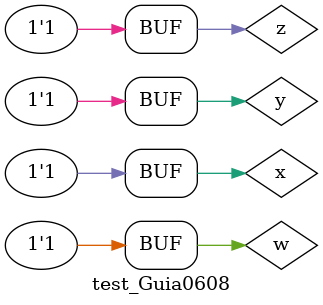
<source format=v>

module Guia0608 (output s, 
                 input  w, 
                 input  x,
                 input  y,
                 input  z);
    assign s =  (~w & ~x & y & ~z) | (w & x & z) | (w & ~y & z);
endmodule 

module test_Guia0608; 
// ------------------------- definir dados 
    reg  w; 
    reg  x; 
    reg  y;
    reg  z;
    wire s;   

    Guia0608 modulo08 (s, w, x, y, z); 

// ------------------------- parte principal 
    initial 
    begin : main 
        $display("Guia_0608 - Cauã Costa Alves - 855926"); 
        $display("Modulo da questão 8"); 
        $display("   w    x    y    z    s");
        
        $monitor("%4b %4b %4b %4b %4b", w, x, y, z, s); 

         w = 1'b0;  x = 1'b0;  y = 1'b0;  z = 1'b0;
        #1      w = 1'b0;  x = 1'b0;  y = 1'b0;  z = 1'b1;
        #1      w = 1'b0;  x = 1'b0;  y = 1'b1;  z = 1'b0;
        #1      w = 1'b0;  x = 1'b0;  y = 1'b1;  z = 1'b1;
        #1      w = 1'b0;  x = 1'b1;  y = 1'b0;  z = 1'b0;
        #1      w = 1'b0;  x = 1'b1;  y = 1'b0;  z = 1'b1;
        #1      w = 1'b0;  x = 1'b1;  y = 1'b1;  z = 1'b0;
        #1      w = 1'b0;  x = 1'b1;  y = 1'b1;  z = 1'b1;
        #1      w = 1'b1;  x = 1'b0;  y = 1'b0;  z = 1'b0;
        #1      w = 1'b1;  x = 1'b0;  y = 1'b0;  z = 1'b1;
        #1      w = 1'b1;  x = 1'b0;  y = 1'b1;  z = 1'b0;
        #1      w = 1'b1;  x = 1'b0;  y = 1'b1;  z = 1'b1;
        #1      w = 1'b1;  x = 1'b1;  y = 1'b0;  z = 1'b0;
        #1      w = 1'b1;  x = 1'b1;  y = 1'b0;  z = 1'b1;
        #1      w = 1'b1;  x = 1'b1;  y = 1'b1;  z = 1'b0;
        #1      w = 1'b1;  x = 1'b1;  y = 1'b1;  z = 1'b1;
    end 

endmodule


</source>
